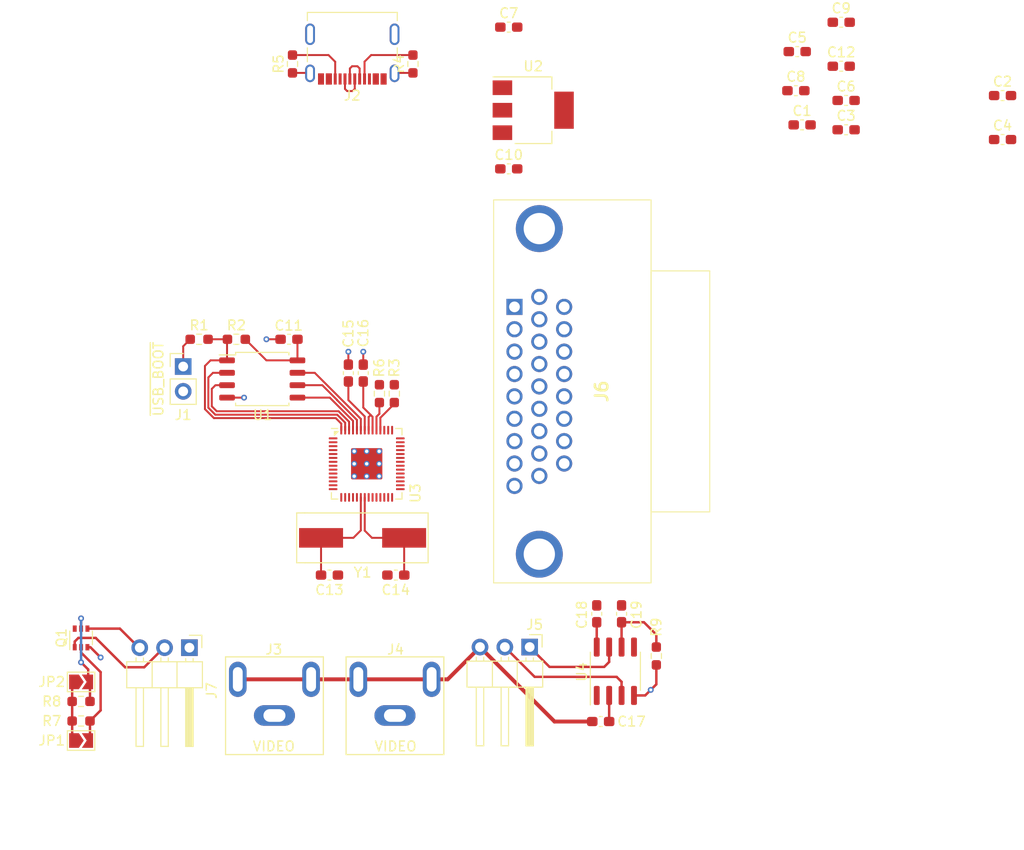
<source format=kicad_pcb>
(kicad_pcb (version 20211014) (generator pcbnew)
  (layers (0 "F.Cu" signal) (31 "B.Cu" signal) (34 "B.Paste" user) (35 "F.Paste" user) (36 "B.SilkS" user "B.Silkscreen") (37 "F.SilkS" user "F.Silkscreen") (38 "B.Mask" user) (39 "F.Mask" user) (44 "Edge.Cuts" user))
  (net 0 "")
  (net 1 "+3V3")
  (net 2 "GND")
  (net 3 "+1V1")
  (net 4 "VBUS")
  (net 5 "Net-(C13-Pad2)")
  (net 6 "Net-(C14-Pad2)")
  (net 7 "Net-(C17-Pad1)")
  (net 8 "/CVIN")
  (net 9 "Net-(C19-Pad2)")
  (net 10 "Net-(J1-Pad1)")
  (net 11 "Net-(J2-PadA5)")
  (net 13 "Net-(J2-PadB5)")
  (net 15 "ALT_CLK")
  (net 16 "OEOUT")
  (net 17 "/RESET_HI")
  (net 18 "/RESET_LO")
  (net 19 "CON_RESET")
  (net 20 "Net-(JP1-Pad2)")
  (net 21 "Net-(JP2-Pad2)")
  (net 22 "VDD")
  (net 23 "~{QSPI_CS}")
  (net 24 "QSPI_IO1")
  (net 25 "QSPI_IO2")
  (net 26 "QSPI_IO0")
  (net 27 "QSPI_CLK")
  (net 28 "QSPI_IO3")
  (net 87 "/D+")
  (net 88 "/D-")
  (net 89 "/RD-")
  (net 90 "/RD+")
  (footprint "Resistor_SMD:R_0603_1608Metric_Pad0.98x0.95mm_HandSolder" (layer "F.Cu") (at 127.381 63.2695 90)
    (fp_text reference "R5" (at 0 -1.43 90) (layer "F.SilkS"))
    (fp_text value "5.1K")
    (pad "1" smd roundrect (at -0.9125 0 90) (size 0.975 0.95) (layers "F.Cu" "F.Paste" "F.Mask") (net 2 "GND"))
    (pad "2" smd roundrect (at 0.9125 0 90) (size 0.975 0.95) (layers "F.Cu" "F.Paste" "F.Mask") (net 13 "Net-(J2-PadB5)"))
  )
  (footprint "Connector_PinHeader_2.54mm:PinHeader_1x03_P2.54mm_Horizontal" (layer "F.Cu") (at 151.638 122.936 -90)
    (fp_text reference "J5" (at -2.286 -0.508 180) (layer "F.SilkS"))
    (fp_text value "SYNC")
    (pad "1" thru_hole rect (at 0 0 270) (size 1.7 1.7) (drill 1) (layers *.Cu *.Mask) (net 16 "OEOUT"))
    (pad "2" thru_hole oval (at 0 2.54 270) (size 1.7 1.7) (drill 1) (layers *.Cu *.Mask) (net 15 "ALT_CLK"))
    (pad "3" thru_hole oval (at 0 5.08 270) (size 1.7 1.7) (drill 1) (layers *.Cu *.Mask) (net 8 "/CVIN"))
  )
  (footprint "veritas:PJRAN1X1U04X" (layer "F.Cu") (at 137.862 129.938)
    (fp_text reference "J4" (at 0.06 -6.748) (layer "F.SilkS"))
    (fp_text value "VIDEO" (at 0.06 3.158) (layer "F.SilkS"))
    (pad "1" thru_hole oval (at -3.75 -3.7) (size 1.8 3.6) (drill oval 1 2.5) (layers *.Cu *.Mask) (net 8 "/CVIN"))
    (pad "1" thru_hole oval (at 3.75 -3.7) (size 1.8 3.6) (drill oval 1 2.5) (layers *.Cu *.Mask) (net 8 "/CVIN"))
    (pad "2" thru_hole oval (at 0 0) (size 4.2 2.1) (drill oval 2.25 1.3) (layers *.Cu *.Mask) (net 2 "GND"))
  )
  (footprint "Resistor_SMD:R_0603_1608Metric_Pad0.98x0.95mm_HandSolder" (layer "F.Cu") (at 105.76 130.5 180)
    (fp_text reference "R7" (at 3 0) (layer "F.SilkS"))
    (fp_text value "1K")
    (pad "1" smd roundrect (at -0.9125 0 180) (size 0.975 0.95) (layers "F.Cu" "F.Paste" "F.Mask") (net 20 "Net-(JP1-Pad2)"))
    (pad "2" smd roundrect (at 0.9125 0 180) (size 0.975 0.95) (layers "F.Cu" "F.Paste" "F.Mask") (net 19 "CON_RESET"))
  )
  (footprint "Capacitor_SMD:C_0603_1608Metric_Pad1.08x0.95mm_HandSolder" (layer "F.Cu") (at 200 66.5)
    (fp_text reference "C2" (at 0 -1.43) (layer "F.SilkS"))
    (fp_text value "0.1uF")
    (pad "1" smd roundrect (at -0.8625 0) (size 1.075 0.95) (layers "F.Cu" "F.Paste" "F.Mask") (net 3 "+1V1"))
    (pad "2" smd roundrect (at 0.8625 0) (size 1.075 0.95) (layers "F.Cu" "F.Paste" "F.Mask") (net 2 "GND"))
  )
  (footprint "Capacitor_SMD:C_0603_1608Metric_Pad1.08x0.95mm_HandSolder" (layer "F.Cu") (at 161.036 119.5335 -90)
    (fp_text reference "C19" (at 0.1005 -1.524 90) (layer "F.SilkS"))
    (fp_text value "0.1uF")
    (pad "1" smd roundrect (at -0.8625 0 270) (size 1.075 0.95) (layers "F.Cu" "F.Paste" "F.Mask") (net 2 "GND"))
    (pad "2" smd roundrect (at 0.8625 0 270) (size 1.075 0.95) (layers "F.Cu" "F.Paste" "F.Mask") (net 9 "Net-(C19-Pad2)"))
  )
  (footprint "veritas:L77HDA26SD1CH4R" (layer "F.Cu") (at 150.084 88.124 90)
    (fp_text reference "J6" (at -8.65 8.92 90) (layer "F.SilkS") (effects (font (size 1.27 1.27) (thickness 0.254))))
    (fp_text value "CONTROLLER_PORT" hide)
    (pad "0" thru_hole circle (at -25.31 2.54 90) (size 4.8 4.8) (drill 3.2) (layers *.Cu *.Mask) (net 2 "GND"))
    (pad "0" thru_hole circle (at 8.01 2.54 90) (size 4.8 4.8) (drill 3.2) (layers *.Cu *.Mask) (net 2 "GND"))
    (pad "1" thru_hole rect (at 0 0 90) (size 1.65 1.65) (drill 1.1) (layers *.Cu *.Mask))
    (pad "2" thru_hole circle (at -2.29 0 90) (size 1.65 1.65) (drill 1.1) (layers *.Cu *.Mask))
    (pad "3" thru_hole circle (at -4.58 0 90) (size 1.65 1.65) (drill 1.1) (layers *.Cu *.Mask))
    (pad "4" thru_hole circle (at -6.87 0 90) (size 1.65 1.65) (drill 1.1) (layers *.Cu *.Mask))
    (pad "5" thru_hole circle (at -9.16 0 90) (size 1.65 1.65) (drill 1.1) (layers *.Cu *.Mask))
    (pad "6" thru_hole circle (at -11.45 0 90) (size 1.65 1.65) (drill 1.1) (layers *.Cu *.Mask))
    (pad "7" thru_hole circle (at -13.74 0 90) (size 1.65 1.65) (drill 1.1) (layers *.Cu *.Mask))
    (pad "8" thru_hole circle (at -16.03 0 90) (size 1.65 1.65) (drill 1.1) (layers *.Cu *.Mask))
    (pad "9" thru_hole circle (at -18.32 0 90) (size 1.65 1.65) (drill 1.1) (layers *.Cu *.Mask) (net 2 "GND"))
    (pad "10" thru_hole circle (at 1.02 2.54 90) (size 1.65 1.65) (drill 1.1) (layers *.Cu *.Mask) (net 4 "VBUS"))
    (pad "11" thru_hole circle (at -1.27 2.54 90) (size 1.65 1.65) (drill 1.1) (layers *.Cu *.Mask))
    (pad "12" thru_hole circle (at -3.56 2.54 90) (size 1.65 1.65) (drill 1.1) (layers *.Cu *.Mask))
    (pad "13" thru_hole circle (at -5.85 2.54 90) (size 1.65 1.65) (drill 1.1) (layers *.Cu *.Mask))
    (pad "14" thru_hole circle (at -8.14 2.54 90) (size 1.65 1.65) (drill 1.1) (layers *.Cu *.Mask))
    (pad "15" thru_hole circle (at -10.43 2.54 90) (size 1.65 1.65) (drill 1.1) (layers *.Cu *.Mask))
    (pad "16" thru_hole circle (at -12.72 2.54 90) (size 1.65 1.65) (drill 1.1) (layers *.Cu *.Mask))
    (pad "17" thru_hole circle (at -15.01 2.54 90) (size 1.65 1.65) (drill 1.1) (layers *.Cu *.Mask))
    (pad "18" thru_hole circle (at -17.3 2.54 90) (size 1.65 1.65) (drill 1.1) (layers *.Cu *.Mask))
    (pad "19" thru_hole circle (at 0 5.08 90) (size 1.65 1.65) (drill 1.1) (layers *.Cu *.Mask) (net 1 "+3V3"))
    (pad "20" thru_hole circle (at -2.29 5.08 90) (size 1.65 1.65) (drill 1.1) (layers *.Cu *.Mask))
    (pad "21" thru_hole circle (at -4.58 5.08 90) (size 1.65 1.65) (drill 1.1) (layers *.Cu *.Mask))
    (pad "22" thru_hole circle (at -6.87 5.08 90) (size 1.65 1.65) (drill 1.1) (layers *.Cu *.Mask))
    (pad "23" thru_hole circle (at -9.16 5.08 90) (size 1.65 1.65) (drill 1.1) (layers *.Cu *.Mask))
    (pad "24" thru_hole circle (at -11.45 5.08 90) (size 1.65 1.65) (drill 1.1) (layers *.Cu *.Mask))
    (pad "25" thru_hole circle (at -13.74 5.08 90) (size 1.65 1.65) (drill 1.1) (layers *.Cu *.Mask))
    (pad "26" thru_hole circle (at -16.03 5.08 90) (size 1.65 1.65) (drill 1.1) (layers *.Cu *.Mask) (net 2 "GND"))
  )
  (footprint "Resistor_SMD:R_0603_1608Metric_Pad0.98x0.95mm_HandSolder" (layer "F.Cu") (at 164.592 123.8485 -90)
    (fp_text reference "R9" (at -2.9445 0 90) (layer "F.SilkS"))
    (fp_text value "680K")
    (pad "1" smd roundrect (at -0.9125 0 270) (size 0.975 0.95) (layers "F.Cu" "F.Paste" "F.Mask") (net 9 "Net-(C19-Pad2)"))
    (pad "2" smd roundrect (at 0.9125 0 270) (size 0.975 0.95) (layers "F.Cu" "F.Paste" "F.Mask") (net 2 "GND"))
  )
  (footprint "Resistor_SMD:R_0603_1608Metric_Pad0.98x0.95mm_HandSolder" (layer "F.Cu") (at 121.6425 91.44)
    (fp_text reference "R2" (at 0 -1.43) (layer "F.SilkS"))
    (fp_text value "10K")
    (pad "1" smd roundrect (at -0.9125 0) (size 0.975 0.95) (layers "F.Cu" "F.Paste" "F.Mask") (net 23 "~{QSPI_CS}"))
    (pad "2" smd roundrect (at 0.9125 0) (size 0.975 0.95) (layers "F.Cu" "F.Paste" "F.Mask") (net 1 "+3V3"))
  )
  (footprint "Capacitor_SMD:C_0603_1608Metric_Pad1.08x0.95mm_HandSolder" (layer "F.Cu") (at 149.5 74)
    (fp_text reference "C10" (at 0 -1.43) (layer "F.SilkS"))
    (fp_text value "10uF")
    (pad "1" smd roundrect (at -0.8625 0) (size 1.075 0.95) (layers "F.Cu" "F.Paste" "F.Mask") (net 4 "VBUS"))
    (pad "2" smd roundrect (at 0.8625 0) (size 1.075 0.95) (layers "F.Cu" "F.Paste" "F.Mask") (net 2 "GND"))
  )
  (footprint "Capacitor_SMD:C_0603_1608Metric_Pad1.08x0.95mm_HandSolder" (layer "F.Cu") (at 131.1645 115.57 180)
    (fp_text reference "C13" (at 0 -1.524) (layer "F.SilkS"))
    (fp_text value "27pF")
    (pad "1" smd roundrect (at -0.8625 0 180) (size 1.075 0.95) (layers "F.Cu" "F.Paste" "F.Mask") (net 2 "GND"))
    (pad "2" smd roundrect (at 0.8625 0 180) (size 1.075 0.95) (layers "F.Cu" "F.Paste" "F.Mask") (net 5 "Net-(C13-Pad2)"))
  )
  (footprint "Capacitor_SMD:C_0603_1608Metric_Pad1.08x0.95mm_HandSolder" (layer "F.Cu") (at 200 71)
    (fp_text reference "C4" (at 0 -1.43) (layer "F.SilkS"))
    (fp_text value "0.1uF")
    (pad "1" smd roundrect (at -0.8625 0) (size 1.075 0.95) (layers "F.Cu" "F.Paste" "F.Mask") (net 3 "+1V1"))
    (pad "2" smd roundrect (at 0.8625 0) (size 1.075 0.95) (layers "F.Cu" "F.Paste" "F.Mask") (net 2 "GND"))
  )
  (footprint "Connector_PinHeader_2.54mm:PinHeader_1x02_P2.54mm_Vertical" (layer "F.Cu") (at 116.205 94.229)
    (fp_text reference "J1" (at 0 4.958 180) (layer "F.SilkS"))
    (fp_text value "~{USB_BOOT}" (at -2.54 1.275 90) (layer "F.SilkS"))
    (pad "1" thru_hole rect (at 0 0) (size 1.7 1.7) (drill 1) (layers *.Cu *.Mask) (net 10 "Net-(J1-Pad1)"))
    (pad "2" thru_hole oval (at 0 2.54) (size 1.7 1.7) (drill 1) (layers *.Cu *.Mask) (net 2 "GND"))
  )
  (footprint "Jumper:SolderJumper-2_P1.3mm_Open_TrianglePad1.0x1.5mm" (layer "F.Cu") (at 105.76 132.5)
    (fp_text reference "JP1" (at -3 0) (layer "F.SilkS"))
    (fp_text value "SolderJumper_2_Open")
    (pad "1" smd custom (at -0.725 0) (size 0.3 0.3) (layers "F.Cu" "F.Mask") (net 19 "CON_RESET") (options (clearance outline) (anchor rect)) (primitives (gr_poly (pts (xy 1 0) (xy 0.5 0.75) (xy -0.5 0.75) (xy -0.5 -0.75) (xy 0.5 -0.75)) (width 0) (fill yes))))
    (pad "2" smd custom (at 0.725 0) (size 0.3 0.3) (layers "F.Cu" "F.Mask") (net 20 "Net-(JP1-Pad2)") (options (clearance outline) (anchor rect)) (primitives (gr_poly (pts (xy 0.5 0.75) (xy -0.65 0.75) (xy -0.15 0) (xy -0.65 -0.75) (xy 0.5 -0.75)) (width 0) (fill yes))))
  )
  (footprint "Package_SO:SOIC-8_5.23x5.23mm_P1.27mm" (layer "F.Cu") (at 124.289 95.504)
    (fp_text reference "U1" (at 0.044 3.683) (layer "F.SilkS"))
    (fp_text value "W25Q128JVSIQ")
    (pad "1" smd roundrect (at -3.6 -1.905) (size 1.6 0.6) (layers "F.Cu" "F.Paste" "F.Mask") (net 23 "~{QSPI_CS}"))
    (pad "2" smd roundrect (at -3.6 -0.635) (size 1.6 0.6) (layers "F.Cu" "F.Paste" "F.Mask") (net 24 "QSPI_IO1"))
    (pad "3" smd roundrect (at -3.6 0.635) (size 1.6 0.6) (layers "F.Cu" "F.Paste" "F.Mask") (net 25 "QSPI_IO2"))
    (pad "4" smd roundrect (at -3.6 1.905) (size 1.6 0.6) (layers "F.Cu" "F.Paste" "F.Mask") (net 2 "GND"))
    (pad "5" smd roundrect (at 3.6 1.905) (size 1.6 0.6) (layers "F.Cu" "F.Paste" "F.Mask") (net 26 "QSPI_IO0"))
    (pad "6" smd roundrect (at 3.6 0.635) (size 1.6 0.6) (layers "F.Cu" "F.Paste" "F.Mask") (net 27 "QSPI_CLK"))
    (pad "7" smd roundrect (at 3.6 -0.635) (size 1.6 0.6) (layers "F.Cu" "F.Paste" "F.Mask") (net 28 "QSPI_IO3"))
    (pad "8" smd roundrect (at 3.6 -1.905) (size 1.6 0.6) (layers "F.Cu" "F.Paste" "F.Mask") (net 1 "+3V3"))
  )
  (footprint "Capacitor_SMD:C_0603_1608Metric_Pad1.08x0.95mm_HandSolder" (layer "F.Cu") (at 133.096 94.8955 -90)
    (fp_text reference "C15" (at -4.0375 0 90) (layer "F.SilkS"))
    (fp_text value "1uF")
    (pad "1" smd roundrect (at -0.8625 0 270) (size 1.075 0.95) (layers "F.Cu" "F.Paste" "F.Mask") (net 2 "GND"))
    (pad "2" smd roundrect (at 0.8625 0 270) (size 1.075 0.95) (layers "F.Cu" "F.Paste" "F.Mask") (net 3 "+1V1"))
  )
  (footprint "veritas:PJRAN1X1U04X" (layer "F.Cu") (at 125.536 129.938)
    (fp_text reference "J3" (at -0.06 -6.748) (layer "F.SilkS"))
    (fp_text value "VIDEO" (at -0.06 3.158) (layer "F.SilkS"))
    (pad "1" thru_hole oval (at 3.75 -3.7) (size 1.8 3.6) (drill oval 1 2.5) (layers *.Cu *.Mask) (net 8 "/CVIN"))
    (pad "1" thru_hole oval (at -3.75 -3.7) (size 1.8 3.6) (drill oval 1 2.5) (layers *.Cu *.Mask) (net 8 "/CVIN"))
    (pad "2" thru_hole oval (at 0 0) (size 4.2 2.1) (drill oval 2.25 1.3) (layers *.Cu *.Mask) (net 2 "GND"))
  )
  (footprint "Resistor_SMD:R_0603_1608Metric_Pad0.98x0.95mm_HandSolder" (layer "F.Cu") (at 105.76 128.5 180)
    (fp_text reference "R8" (at 3 0) (layer "F.SilkS"))
    (fp_text value "1K")
    (pad "1" smd roundrect (at -0.9125 0 180) (size 0.975 0.95) (layers "F.Cu" "F.Paste" "F.Mask") (net 21 "Net-(JP2-Pad2)"))
    (pad "2" smd roundrect (at 0.9125 0 180) (size 0.975 0.95) (layers "F.Cu" "F.Paste" "F.Mask") (net 19 "CON_RESET"))
  )
  (footprint "Capacitor_SMD:C_0603_1608Metric_Pad1.08x0.95mm_HandSolder" (layer "F.Cu") (at 127.0265 91.44 180)
    (fp_text reference "C11" (at 0.0265 1.397) (layer "F.SilkS"))
    (fp_text value "0.1uF")
    (pad "1" smd roundrect (at -0.8625 0 180) (size 1.075 0.95) (layers "F.Cu" "F.Paste" "F.Mask") (net 1 "+3V3"))
    (pad "2" smd roundrect (at 0.8625 0 180) (size 1.075 0.95) (layers "F.Cu" "F.Paste" "F.Mask") (net 2 "GND"))
  )
  (footprint "veritas:2171790001" (layer "F.Cu") (at 133.5 61.5 180)
    (fp_text reference "J2" (at 0 -5) (layer "F.SilkS"))
    (fp_text value "USB_C_Receptacle_USB2.0")
    (pad "A1" smd rect (at -3.200001 -3.303199 180) (size 0.6096 1.143) (layers "F.Cu" "F.Paste" "F.Mask") (net 2 "GND"))
    (pad "A4" smd rect (at -2.4 -3.303199 180) (size 0.6096 1.143) (layers "F.Cu" "F.Paste" "F.Mask") (net 4 "VBUS"))
    (pad "A5" smd rect (at -1.25 -3.303199 180) (size 0.3048 1.143) (layers "F.Cu" "F.Paste" "F.Mask") (net 11 "Net-(J2-PadA5)"))
    (pad "A6" smd rect (at -0.25 -3.303199 180) (size 0.3048 1.143) (layers "F.Cu" "F.Paste" "F.Mask") (net 87 "/D+"))
    (pad "A7" smd rect (at 0.25 -3.303199 180) (size 0.3048 1.143) (layers "F.Cu" "F.Paste" "F.Mask") (net 88 "/D-"))
    (pad "A8" smd rect (at 1.25 -3.303199 180) (size 0.3048 1.143) (layers "F.Cu" "F.Paste" "F.Mask"))
    (pad "A9" smd rect (at 2.4 -3.303199 180) (size 0.6096 1.143) (layers "F.Cu" "F.Paste" "F.Mask") (net 4 "VBUS"))
    (pad "A12" smd rect (at 3.199999 -3.303199 180) (size 0.6096 1.143) (layers "F.Cu" "F.Paste" "F.Mask") (net 2 "GND"))
    (pad "B1" smd rect (at 3.199999 -3.303199 180) (size 0.6096 1.143) (layers "F.Cu" "F.Paste" "F.Mask") (net 2 "GND"))
    (pad "B4" smd rect (at 2.4 -3.303199 180) (size 0.6096 1.143) (layers "F.Cu" "F.Paste" "F.Mask") (net 4 "VBUS"))
    (pad "B5" smd rect (at 1.75006 -3.303199 180) (size 0.3048 1.143) (layers "F.Cu" "F.Paste" "F.Mask") (net 13 "Net-(J2-PadB5)"))
    (pad "B6" smd rect (at 0.750059 -3.303199 180) (size 0.3048 1.143) (layers "F.Cu" "F.Paste" "F.Mask") (net 87 "/D+"))
    (pad "B7" smd rect (at -0.74994 -3.303199 180) (size 0.3048 1.143) (layers "F.Cu" "F.Paste" "F.Mask") (net 88 "/D-"))
    (pad "B8" smd rect (at -1.749941 -3.303199 180) (size 0.3048 1.143) (layers "F.Cu" "F.Paste" "F.Mask"))
    (pad "B9" smd rect (at -2.4 -3.303199 180) (size 0.6096 1.143) (layers "F.Cu" "F.Paste" "F.Mask") (net 4 "VBUS"))
    (pad "B12" smd rect (at -3.200001 -3.303199 180) (size 0.6096 1.143) (layers "F.Cu" "F.Paste" "F.Mask") (net 2 "GND"))
    (pad "S1" thru_hole oval (at -4.32 -2.7282 180) (size 1 1.8) (drill oval 0.6 1.4) (layers *.Cu *.Mask) (net 2 "GND"))
    (pad "S1" thru_hole oval (at 4.32 -2.7282 180) (size 1 1.8) (drill oval 0.6 1.4) (layers *.Cu *.Mask) (net 2 "GND"))
    (pad "S1" thru_hole oval (at 4.32 1.271801 180) (size 1 2.2) (drill oval 0.6 1.8) (layers *.Cu *.Mask) (net 2 "GND"))
    (pad "S1" thru_hole oval (at -4.32 1.271801 180) (size 1 2.2) (drill oval 0.6 1.8) (layers *.Cu *.Mask) (net 2 "GND"))
  )
  (footprint "Capacitor_SMD:C_0603_1608Metric_Pad1.08x0.95mm_HandSolder" (layer "F.Cu") (at 158.9035 130.556 180)
    (fp_text reference "C17" (at -3.1485 0) (layer "F.SilkS"))
    (fp_text value "0.1uF")
    (pad "1" smd roundrect (at -0.8625 0 180) (size 1.075 0.95) (layers "F.Cu" "F.Paste" "F.Mask") (net 7 "Net-(C17-Pad1)"))
    (pad "2" smd roundrect (at 0.8625 0 180) (size 1.075 0.95) (layers "F.Cu" "F.Paste" "F.Mask") (net 8 "/CVIN"))
  )
  (footprint "Capacitor_SMD:C_0603_1608Metric_Pad1.08x0.95mm_HandSolder" (layer "F.Cu") (at 134.62 94.8955 -90)
    (fp_text reference "C16" (at -4.0905 0 90) (layer "F.SilkS"))
    (fp_text value "1uF")
    (pad "1" smd roundrect (at -0.8625 0 270) (size 1.075 0.95) (layers "F.Cu" "F.Paste" "F.Mask") (net 2 "GND"))
    (pad "2" smd roundrect (at 0.8625 0 270) (size 1.075 0.95) (layers "F.Cu" "F.Paste" "F.Mask") (net 1 "+3V3"))
  )
  (footprint "Capacitor_SMD:C_0603_1608Metric_Pad1.08x0.95mm_HandSolder" (layer "F.Cu") (at 184 70)
    (fp_text reference "C3" (at 0 -1.43) (layer "F.SilkS"))
    (fp_text value "0.1uF")
    (pad "1" smd roundrect (at -0.8625 0) (size 1.075 0.95) (layers "F.Cu" "F.Paste" "F.Mask") (net 1 "+3V3"))
    (pad "2" smd roundrect (at 0.8625 0) (size 1.075 0.95) (layers "F.Cu" "F.Paste" "F.Mask") (net 2 "GND"))
  )
  (footprint "Resistor_SMD:R_0603_1608Metric_Pad0.98x0.95mm_HandSolder" (layer "F.Cu") (at 117.8325 91.44)
    (fp_text reference "R1" (at 0 -1.43) (layer "F.SilkS"))
    (fp_text value "1K")
    (pad "1" smd roundrect (at -0.9125 0) (size 0.975 0.95) (layers "F.Cu" "F.Paste" "F.Mask") (net 10 "Net-(J1-Pad1)"))
    (pad "2" smd roundrect (at 0.9125 0) (size 0.975 0.95) (layers "F.Cu" "F.Paste" "F.Mask") (net 23 "~{QSPI_CS}"))
  )
  (footprint "Resistor_SMD:R_0603_1608Metric_Pad0.98x0.95mm_HandSolder" (layer "F.Cu") (at 136.271 97.0045 90)
    (fp_text reference "R6" (at 2.6435 -0.024 90) (layer "F.SilkS"))
    (fp_text value "27")
    (pad "1" smd roundrect (at -0.9125 0 90) (size 0.975 0.95) (layers "F.Cu" "F.Paste" "F.Mask") (net 90 "/RD+"))
    (pad "2" smd roundrect (at 0.9125 0 90) (size 0.975 0.95) (layers "F.Cu" "F.Paste" "F.Mask") (net 87 "/D+"))
  )
  (footprint "Capacitor_SMD:C_0603_1608Metric_Pad1.08x0.95mm_HandSolder" (layer "F.Cu") (at 178.8625 66)
    (fp_text reference "C8" (at 0 -1.43) (layer "F.SilkS"))
    (fp_text value "0.1uF")
    (pad "1" smd roundrect (at -0.8625 0) (size 1.075 0.95) (layers "F.Cu" "F.Paste" "F.Mask") (net 1 "+3V3"))
    (pad "2" smd roundrect (at 0.8625 0) (size 1.075 0.95) (layers "F.Cu" "F.Paste" "F.Mask") (net 2 "GND"))
  )
  (footprint "Connector_PinHeader_2.54mm:PinHeader_1x03_P2.54mm_Horizontal" (layer "F.Cu") (at 116.84 123 -90)
    (fp_text reference "J7" (at 4.385 -2.27 90) (layer "F.SilkS"))
    (fp_text value "CON_RESET")
    (pad "1" thru_hole rect (at 0 0 270) (size 1.7 1.7) (drill 1) (layers *.Cu *.Mask) (net 2 "GND"))
    (pad "2" thru_hole oval (at 0 2.54 270) (size 1.7 1.7) (drill 1) (layers *.Cu *.Mask) (net 17 "/RESET_HI"))
    (pad "3" thru_hole oval (at 0 5.08 270) (size 1.7 1.7) (drill 1) (layers *.Cu *.Mask) (net 18 "/RESET_LO"))
  )
  (footprint "Resistor_SMD:R_0603_1608Metric_Pad0.98x0.95mm_HandSolder" (layer "F.Cu") (at 139.7 63.2695 90)
    (fp_text reference "R4" (at 0 -1.43 90) (layer "F.SilkS"))
    (fp_text value "5.1K")
    (pad "1" smd roundrect (at -0.9125 0 90) (size 0.975 0.95) (layers "F.Cu" "F.Paste" "F.Mask") (net 2 "GND"))
    (pad "2" smd roundrect (at 0.9125 0 90) (size 0.975 0.95) (layers "F.Cu" "F.Paste" "F.Mask") (net 11 "Net-(J2-PadA5)"))
  )
  (footprint "Capacitor_SMD:C_0603_1608Metric_Pad1.08x0.95mm_HandSolder" (layer "F.Cu") (at 184 67)
    (fp_text reference "C6" (at 0 -1.43) (layer "F.SilkS"))
    (fp_text value "0.1uF")
    (pad "1" smd roundrect (at -0.8625 0) (size 1.075 0.95) (layers "F.Cu" "F.Paste" "F.Mask") (net 1 "+3V3"))
    (pad "2" smd roundrect (at 0.8625 0) (size 1.075 0.95) (layers "F.Cu" "F.Paste" "F.Mask") (net 2 "GND"))
  )
  (footprint "Capacitor_SMD:C_0603_1608Metric_Pad1.08x0.95mm_HandSolder" (layer "F.Cu") (at 179.5 69.5)
    (fp_text reference "C1" (at 0 -1.43) (layer "F.SilkS"))
    (fp_text value "0.1uF")
    (pad "1" smd roundrect (at -0.8625 0) (size 1.075 0.95) (layers "F.Cu" "F.Paste" "F.Mask") (net 1 "+3V3"))
    (pad "2" smd roundrect (at 0.8625 0) (size 1.075 0.95) (layers "F.Cu" "F.Paste" "F.Mask") (net 2 "GND"))
  )
  (footprint "Package_SO:SOIC-8_3.9x4.9mm_P1.27mm" (layer "F.Cu") (at 160.401 125.411 90)
    (fp_text reference "U4" (at -0.065 -3.429 90) (layer "F.SilkS"))
    (fp_text value "LM1881")
    (pad "1" smd roundrect (at -2.475 -1.905 90) (size 1.95 0.6) (layers "F.Cu" "F.Paste" "F.Mask"))
    (pad "2" smd roundrect (at -2.475 -0.635 90) (size 1.95 0.6) (layers "F.Cu" "F.Paste" "F.Mask") (net 7 "Net-(C17-Pad1)"))
    (pad "3" smd roundrect (at -2.475 0.635 90) (size 1.95 0.6) (layers "F.Cu" "F.Paste" "F.Mask") (net 15 "ALT_CLK"))
    (pad "4" smd roundrect (at -2.475 1.905 90) (size 1.95 0.6) (layers "F.Cu" "F.Paste" "F.Mask") (net 2 "GND"))
    (pad "5" smd roundrect (at 2.475 1.905 90) (size 1.95 0.6) (layers "F.Cu" "F.Paste" "F.Mask"))
    (pad "6" smd roundrect (at 2.475 0.635 90) (size 1.95 0.6) (layers "F.Cu" "F.Paste" "F.Mask") (net 9 "Net-(C19-Pad2)"))
    (pad "7" smd roundrect (at 2.475 -0.635 90) (size 1.95 0.6) (layers "F.Cu" "F.Paste" "F.Mask") (net 16 "OEOUT"))
    (pad "8" smd roundrect (at 2.475 -1.905 90) (size 1.95 0.6) (layers "F.Cu" "F.Paste" "F.Mask") (net 4 "VBUS"))
  )
  (footprint "Capacitor_SMD:C_0603_1608Metric_Pad1.08x0.95mm_HandSolder" (layer "F.Cu") (at 149.5 59.5)
    (fp_text reference "C7" (at 0 -1.43) (layer "F.SilkS"))
    (fp_text value "10uF")
    (pad "1" smd roundrect (at -0.8625 0) (size 1.075 0.95) (layers "F.Cu" "F.Paste" "F.Mask") (net 1 "+3V3"))
    (pad "2" smd roundrect (at 0.8625 0) (size 1.075 0.95) (layers "F.Cu" "F.Paste" "F.Mask") (net 2 "GND"))
  )
  (footprint "Package_TO_SOT_SMD:SOT-223-3_TabPin2" (layer "F.Cu") (at 152 68)
    (fp_text reference "U2" (at 0 -4.5) (layer "F.SilkS"))
    (fp_text value "NCP1117ST33T3G")
    (pad "1" smd rect (at -3.15 -2.3) (size 2 1.5) (layers "F.Cu" "F.Paste" "F.Mask") (net 2 "GND"))
    (pad "2" smd rect (at -3.15 0) (size 2 1.5) (layers "F.Cu" "F.Paste" "F.Mask") (net 1 "+3V3"))
    (pad "2" smd rect (at 3.15 0) (size 2 3.8) (layers "F.Cu" "F.Paste" "F.Mask") (net 1 "+3V3"))
    (pad "3" smd rect (at -3.15 2.3) (size 2 1.5) (layers "F.Cu" "F.Paste" "F.Mask") (net 4 "VBUS"))
  )
  (footprint "Jumper:SolderJumper-2_P1.3mm_Open_TrianglePad1.0x1.5mm" (layer "F.Cu") (at 105.76 126.5)
    (fp_text reference "JP2" (at -3 0) (layer "F.SilkS"))
    (fp_text value "SolderJumper_2_Open")
    (pad "1" smd custom (at -0.725 0) (size 0.3 0.3) (layers "F.Cu" "F.Mask") (net 19 "CON_RESET") (options (clearance outline) (anchor rect)) (primitives (gr_poly (pts (xy 1 0) (xy 0.5 0.75) (xy -0.5 0.75) (xy -0.5 -0.75) (xy 0.5 -0.75)) (width 0) (fill yes))))
    (pad "2" smd custom (at 0.725 0) (size 0.3 0.3) (layers "F.Cu" "F.Mask") (net 21 "Net-(JP2-Pad2)") (options (clearance outline) (anchor rect)) (primitives (gr_poly (pts (xy 0.5 0.75) (xy -0.65 0.75) (xy -0.15 0) (xy -0.65 -0.75) (xy 0.5 -0.75)) (width 0) (fill yes))))
  )
  (footprint "Capacitor_SMD:C_0603_1608Metric_Pad1.08x0.95mm_HandSolder" (layer "F.Cu") (at 137.9485 115.57)
    (fp_text reference "C14" (at 0 1.524) (layer "F.SilkS"))
    (fp_text value "27pF")
    (pad "1" smd roundrect (at -0.8625 0) (size 1.075 0.95) (layers "F.Cu" "F.Paste" "F.Mask") (net 2 "GND"))
    (pad "2" smd roundrect (at 0.8625 0) (size 1.075 0.95) (layers "F.Cu" "F.Paste" "F.Mask") (net 6 "Net-(C14-Pad2)"))
  )
  (footprint "Resistor_SMD:R_0603_1608Metric_Pad0.98x0.95mm_HandSolder" (layer "F.Cu") (at 137.795 97.0045 90)
    (fp_text reference "R3" (at 2.6435 0 90) (layer "F.SilkS"))
    (fp_text value "27")
    (pad "1" smd roundrect (at -0.9125 0 90) (size 0.975 0.95) (layers "F.Cu" "F.Paste" "F.Mask") (net 89 "/RD-"))
    (pad "2" smd roundrect (at 0.9125 0 90) (size 0.975 0.95) (layers "F.Cu" "F.Paste" "F.Mask") (net 88 "/D-"))
  )
  (footprint "Capacitor_SMD:C_0603_1608Metric_Pad1.08x0.95mm_HandSolder" (layer "F.Cu") (at 183.5 59)
    (fp_text reference "C9" (at 0 -1.43) (layer "F.SilkS"))
    (fp_text value "0.1uF")
    (pad "1" smd roundrect (at -0.8625 0) (size 1.075 0.95) (layers "F.Cu" "F.Paste" "F.Mask") (net 1 "+3V3"))
    (pad "2" smd roundrect (at 0.8625 0) (size 1.075 0.95) (layers "F.Cu" "F.Paste" "F.Mask") (net 2 "GND"))
  )
  (footprint "Crystal:Crystal_SMD_HC49-SD" (layer "F.Cu") (at 134.552 111.76 180)
    (fp_text reference "Y1" (at 0 -3.55 180) (layer "F.SilkS"))
    (fp_text value "12MHz")
    (pad "1" smd rect (at -4.25 0 180) (size 4.5 2) (layers "F.Cu" "F.Paste" "F.Mask") (net 6 "Net-(C14-Pad2)"))
    (pad "2" smd rect (at 4.25 0 180) (size 4.5 2) (layers "F.Cu" "F.Paste" "F.Mask") (net 5 "Net-(C13-Pad2)"))
  )
  (footprint "Capacitor_SMD:C_0603_1608Metric_Pad1.08x0.95mm_HandSolder" (layer "F.Cu") (at 183.5 63.5)
    (fp_text reference "C12" (at 0 -1.43) (layer "F.SilkS"))
    (fp_text value "0.1uF")
    (pad "1" smd roundrect (at -0.8625 0) (size 1.075 0.95) (layers "F.Cu" "F.Paste" "F.Mask") (net 1 "+3V3"))
    (pad "2" smd roundrect (at 0.8625 0) (size 1.075 0.95) (layers "F.Cu" "F.Paste" "F.Mask") (net 2 "GND"))
  )
  (footprint "Package_TO_SOT_SMD:SOT-363_SC-70-6" (layer "F.Cu") (at 105.76 122 90)
    (fp_text reference "Q1" (at 0 -2 90) (layer "F.SilkS"))
    (fp_text value "LMBT3946DW1T1G")
    (pad "1" smd rect (at -0.95 -0.65 90) (size 0.65 0.4) (layers "F.Cu" "F.Paste" "F.Mask") (net 17 "/RESET_HI"))
    (pad "2" smd rect (at -0.95 0 90) (size 0.65 0.4) (layers "F.Cu" "F.Paste" "F.Mask") (net 20 "Net-(JP1-Pad2)"))
    (pad "3" smd rect (at -0.95 0.65 90) (size 0.65 0.4) (layers "F.Cu" "F.Paste" "F.Mask") (net 2 "GND"))
    (pad "4" smd rect (at 0.95 0.65 90) (size 0.65 0.4) (layers "F.Cu" "F.Paste" "F.Mask") (net 18 "/RESET_LO"))
    (pad "5" smd rect (at 0.95 0 90) (size 0.65 0.4) (layers "F.Cu" "F.Paste" "F.Mask") (net 21 "Net-(JP2-Pad2)"))
    (pad "6" smd rect (at 0.95 -0.65 90) (size 0.65 0.4) (layers "F.Cu" "F.Paste" "F.Mask") (net 22 "VDD"))
  )
  (footprint "Capacitor_SMD:C_0603_1608Metric_Pad1.08x0.95mm_HandSolder" (layer "F.Cu") (at 179 62)
    (fp_text reference "C5" (at 0 -1.43) (layer "F.SilkS"))
    (fp_text value "0.1uF")
    (pad "1" smd roundrect (at -0.8625 0) (size 1.075 0.95) (layers "F.Cu" "F.Paste" "F.Mask") (net 1 "+3V3"))
    (pad "2" smd roundrect (at 0.8625 0) (size 1.075 0.95) (layers "F.Cu" "F.Paste" "F.Mask") (net 2 "GND"))
  )
  (footprint "Capacitor_SMD:C_0603_1608Metric_Pad1.08x0.95mm_HandSolder" (layer "F.Cu") (at 158.496 119.5335 -90)
    (fp_text reference "C18" (at 0.1005 1.524 90) (layer "F.SilkS"))
    (fp_text value "0.1uF")
    (pad "1" smd roundrect (at -0.8625 0 270) (size 1.075 0.95) (layers "F.Cu" "F.Paste" "F.Mask") (net 2 "GND"))
    (pad "2" smd roundrect (at 0.8625 0 270) (size 1.075 0.95) (layers "F.Cu" "F.Paste" "F.Mask") (net 4 "VBUS"))
  )
  (footprint "veritas:RP2040" (layer "F.Cu") (at 134.97 104.18)
    (fp_text reference "U3" (at 4.984 3.008 90) (layer "F.SilkS"))
    (fp_text value "RP2040")
    (pad "1" smd roundrect (at -3.4375 -2.6) (size 0.875 0.2) (layers "F.Cu" "F.Paste" "F.Mask") (net 1 "+3V3"))
    (pad "2" smd roundrect (at -3.4375 -2.2) (size 0.875 0.2) (layers "F.Cu" "F.Paste" "F.Mask"))
    (pad "3" smd roundrect (at -3.4375 -1.8) (size 0.875 0.2) (layers "F.Cu" "F.Paste" "F.Mask"))
    (pad "4" smd roundrect (at -3.4375 -1.4) (size 0.875 0.2) (layers "F.Cu" "F.Paste" "F.Mask"))
    (pad "5" smd roundrect (at -3.4375 -1) (size 0.875 0.2) (layers "F.Cu" "F.Paste" "F.Mask"))
    (pad "6" smd roundrect (at -3.4375 -0.6) (size 0.875 0.2) (layers "F.Cu" "F.Paste" "F.Mask"))
    (pad "7" smd roundrect (at -3.4375 -0.2) (size 0.875 0.2) (layers "F.Cu" "F.Paste" "F.Mask"))
    (pad "8" smd roundrect (at -3.4375 0.2) (size 0.875 0.2) (layers "F.Cu" "F.Paste" "F.Mask"))
    (pad "9" smd roundrect (at -3.4375 0.6) (size 0.875 0.2) (layers "F.Cu" "F.Paste" "F.Mask"))
    (pad "10" smd roundrect (at -3.4375 1) (size 0.875 0.2) (layers "F.Cu" "F.Paste" "F.Mask") (net 1 "+3V3"))
    (pad "11" smd roundrect (at -3.4375 1.4) (size 0.875 0.2) (layers "F.Cu" "F.Paste" "F.Mask"))
    (pad "12" smd roundrect (at -3.4375 1.8) (size 0.875 0.2) (layers "F.Cu" "F.Paste" "F.Mask"))
    (pad "13" smd roundrect (at -3.4375 2.2) (size 0.875 0.2) (layers "F.Cu" "F.Paste" "F.Mask"))
    (pad "14" smd roundrect (at -3.4375 2.6) (size 0.875 0.2) (layers "F.Cu" "F.Paste" "F.Mask"))
    (pad "15" smd roundrect (at -2.6 3.4375) (size 0.2 0.875) (layers "F.Cu" "F.Paste" "F.Mask"))
    (pad "16" smd roundrect (at -2.2 3.4375) (size 0.2 0.875) (layers "F.Cu" "F.Paste" "F.Mask"))
    (pad "17" smd roundrect (at -1.8 3.4375) (size 0.2 0.875) (layers "F.Cu" "F.Paste" "F.Mask"))
    (pad "18" smd roundrect (at -1.4 3.4375) (size 0.2 0.875) (layers "F.Cu" "F.Paste" "F.Mask"))
    (pad "19" smd roundrect (at -1 3.4375) (size 0.2 0.875) (layers "F.Cu" "F.Paste" "F.Mask"))
    (pad "20" smd roundrect (at -0.6 3.4375) (size 0.2 0.875) (layers "F.Cu" "F.Paste" "F.Mask") (net 5 "Net-(C13-Pad2)"))
    (pad "21" smd roundrect (at -0.2 3.4375) (size 0.2 0.875) (layers "F.Cu" "F.Paste" "F.Mask") (net 6 "Net-(C14-Pad2)"))
    (pad "22" smd roundrect (at 0.2 3.4375) (size 0.2 0.875) (layers "F.Cu" "F.Paste" "F.Mask") (net 1 "+3V3"))
    (pad "23" smd roundrect (at 0.6 3.4375) (size 0.2 0.875) (layers "F.Cu" "F.Paste" "F.Mask") (net 3 "+1V1"))
    (pad "24" smd roundrect (at 1 3.4375) (size 0.2 0.875) (layers "F.Cu" "F.Paste" "F.Mask"))
    (pad "25" smd roundrect (at 1.4 3.4375) (size 0.2 0.875) (layers "F.Cu" "F.Paste" "F.Mask"))
    (pad "26" smd roundrect (at 1.8 3.4375) (size 0.2 0.875) (layers "F.Cu" "F.Paste" "F.Mask"))
    (pad "27" smd roundrect (at 2.2 3.4375) (size 0.2 0.875) (layers "F.Cu" "F.Paste" "F.Mask"))
    (pad "28" smd roundrect (at 2.6 3.4375) (size 0.2 0.875) (layers "F.Cu" "F.Paste" "F.Mask"))
    (pad "29" smd roundrect (at 3.4375 2.6) (size 0.875 0.2) (layers "F.Cu" "F.Paste" "F.Mask"))
    (pad "30" smd roundrect (at 3.4375 2.2) (size 0.875 0.2) (layers "F.Cu" "F.Paste" "F.Mask"))
    (pad "31" smd roundrect (at 3.4375 1.8) (size 0.875 0.2) (layers "F.Cu" "F.Paste" "F.Mask"))
    (pad "32" smd roundrect (at 3.4375 1.4) (size 0.875 0.2) (layers "F.Cu" "F.Paste" "F.Mask"))
    (pad "33" smd roundrect (at 3.4375 1) (size 0.875 0.2) (layers "F.Cu" "F.Paste" "F.Mask") (net 1 "+3V3"))
    (pad "34" smd roundrect (at 3.4375 0.6) (size 0.875 0.2) (layers "F.Cu" "F.Paste" "F.Mask"))
    (pad "35" smd roundrect (at 3.4375 0.2) (size 0.875 0.2) (layers "F.Cu" "F.Paste" "F.Mask"))
    (pad "36" smd roundrect (at 3.4375 -0.2) (size 0.875 0.2) (layers "F.Cu" "F.Paste" "F.Mask"))
    (pad "37" smd roundrect (at 3.4375 -0.6) (size 0.875 0.2) (layers "F.Cu" "F.Paste" "F.Mask"))
    (pad "38" smd roundrect (at 3.4375 -1) (size 0.875 0.2) (layers "F.Cu" "F.Paste" "F.Mask"))
    (pad "39" smd roundrect (at 3.4375 -1.4) (size 0.875 0.2) (layers "F.Cu" "F.Paste" "F.Mask"))
    (pad "40" smd roundrect (at 3.4375 -1.8) (size 0.875 0.2) (layers "F.Cu" "F.Paste" "F.Mask"))
    (pad "41" smd roundrect (at 3.4375 -2.2) (size 0.875 0.2) (layers "F.Cu" "F.Paste" "F.Mask"))
    (pad "42" smd roundrect (at 3.4375 -2.6) (size 0.875 0.2) (layers "F.Cu" "F.Paste" "F.Mask") (net 1 "+3V3"))
    (pad "43" smd roundrect (at 2.6 -3.4375) (size 0.2 0.875) (layers "F.Cu" "F.Paste" "F.Mask") (net 1 "+3V3"))
    (pad "44" smd roundrect (at 2.2 -3.4375) (size 0.2 0.875) (layers "F.Cu" "F.Paste" "F.Mask") (net 1 "+3V3"))
    (pad "45" smd roundrect (at 1.8 -3.4375) (size 0.2 0.875) (layers "F.Cu" "F.Paste" "F.Mask") (net 3 "+1V1"))
    (pad "46" smd roundrect (at 1.4 -3.4375) (size 0.2 0.875) (layers "F.Cu" "F.Paste" "F.Mask") (net 89 "/RD-"))
    (pad "47" smd roundrect (at 1 -3.4375) (size 0.2 0.875) (layers "F.Cu" "F.Paste" "F.Mask") (net 90 "/RD+"))
    (pad "48" smd roundrect (at 0.6 -3.4375) (size 0.2 0.875) (layers "F.Cu" "F.Paste" "F.Mask") (net 1 "+3V3"))
    (pad "49" smd roundrect (at 0.2 -3.4375) (size 0.2 0.875) (layers "F.Cu" "F.Paste" "F.Mask") (net 1 "+3V3"))
    (pad "50" smd roundrect (at -0.2 -3.4375) (size 0.2 0.875) (layers "F.Cu" "F.Paste" "F.Mask") (net 3 "+1V1"))
    (pad "51" smd roundrect (at -0.6 -3.4375) (size 0.2 0.875) (layers "F.Cu" "F.Paste" "F.Mask") (net 28 "QSPI_IO3"))
    (pad "52" smd roundrect (at -1 -3.4375) (size 0.2 0.875) (layers "F.Cu" "F.Paste" "F.Mask") (net 27 "QSPI_CLK"))
    (pad "53" smd roundrect (at -1.4 -3.4375) (size 0.2 0.875) (layers "F.Cu" "F.Paste" "F.Mask") (net 26 "QSPI_IO0"))
    (pad "54" smd roundrect (at -1.8 -3.4375) (size 0.2 0.875) (layers "F.Cu" "F.Paste" "F.Mask") (net 25 "QSPI_IO2"))
    (pad "55" smd roundrect (at -2.2 -3.4375) (size 0.2 0.875) (layers "F.Cu" "F.Paste" "F.Mask") (net 24 "QSPI_IO1"))
    (pad "56" smd roundrect (at -2.6 -3.4375) (size 0.2 0.875) (layers "F.Cu" "F.Paste" "F.Mask") (net 23 "~{QSPI_CS}"))
    (pad "57" thru_hole circle (at 1.275 -1.275) (size 0.6 0.6) (drill 0.35) (layers *.Cu) (net 2 "GND"))
    (pad "57" thru_hole circle (at 0 -1.275) (size 0.6 0.6) (drill 0.35) (layers *.Cu) (net 2 "GND"))
    (pad "57" thru_hole circle (at -1.275 -1.275) (size 0.6 0.6) (drill 0.35) (layers *.Cu) (net 2 "GND"))
    (pad "57" smd roundrect (at 0 0) (size 3.2 3.2) (layers "F.Cu" "F.Mask") (roundrect_rratio 0.045) (net 2 "GND"))
    (pad "57" thru_hole circle (at 1.275 1.275) (size 0.6 0.6) (drill 0.35) (layers *.Cu) (net 2 "GND"))
    (pad "57" thru_hole circle (at 0 0) (size 0.6 0.6) (drill 0.35) (layers *.Cu) (net 2 "GND"))
    (pad "57" thru_hole circle (at 0 1.275) (size 0.6 0.6) (drill 0.35) (layers *.Cu) (net 2 "GND"))
    (pad "57" thru_hole circle (at -1.275 1.275) (size 0.6 0.6) (drill 0.35) (layers *.Cu) (net 2 "GND"))
    (pad "57" thru_hole circle (at 1.275 0) (size 0.6 0.6) (drill 0.35) (layers *.Cu) (net 2 "GND"))
    (pad "57" thru_hole circle (at -1.275 0) (size 0.6 0.6) (drill 0.35) (layers *.Cu) (net 2 "GND"))
  )
  (gr_line (start 127.812405 114.309474) (end 128.650605 114.309474) (layer "F.SilkS") (width 0.12))
  (gr_line (start 128.650078 109.209866) (end 127.811878 109.209866) (layer "F.SilkS") (width 0.12))
  (gr_line (start 127.812676 109.211576) (end 127.809651 114.309868) (layer "F.SilkS") (width 0.12))
  (segment (start 135.17 100.7425) (end 135.17 99.399) (width 0.2) (layer "F.Cu") (net 1))
  (segment (start 124.714 93.599) (end 122.555 91.44) (width 0.2) (layer "F.Cu") (net 1))
  (segment (start 135.382 99.187) (end 135.17 99.399) (width 0.2) (layer "F.Cu") (net 1))
  (segment (start 127.889 91.44) (end 127.889 93.599) (width 0.2) (layer "F.Cu") (net 1))
  (segment (start 134.62 95.758) (end 134.62 98.425) (width 0.2) (layer "F.Cu") (net 1))
  (segment (start 135.57 99.375) (end 135.382 99.187) (width 0.2) (layer "F.Cu") (net 1))
  (segment (start 134.62 98.425) (end 135.382 99.187) (width 0.2) (layer "F.Cu") (net 1))
  (segment (start 135.57 100.7425) (end 135.57 99.375) (width 0.2) (layer "F.Cu") (net 1))
  (segment (start 127.889 93.599) (end 124.714 93.599) (width 0.2) (layer "F.Cu") (net 1))
  (segment (start 129.1338 64.182) (end 129.18 64.2282) (width 0.2) (layer "F.Cu") (net 2))
  (segment (start 134.62 94.033) (end 134.62 92.71) (width 0.2) (layer "F.Cu") (net 2))
  (segment (start 139.7 64.182) (end 137.8662 64.182) (width 0.2) (layer "F.Cu") (net 2))
  (segment (start 133.096 94.033) (end 133.096 92.71) (width 0.2) (layer "F.Cu") (net 2))
  (segment (start 106.41 122.95) (end 106.71 122.95) (width 0.25) (layer "F.Cu") (net 2))
  (segment (start 127.381 64.182) (end 129.1338 64.182) (width 0.2) (layer "F.Cu") (net 2))
  (segment (start 163.452 127.886) (end 162.306 127.886) (width 0.25) (layer "F.Cu") (net 2))
  (segment (start 164.0205 127.3175) (end 163.452 127.886) (width 0.25) (layer "F.Cu") (net 2))
  (segment (start 164.592 124.761) (end 164.592 126.746) (width 0.25) (layer "F.Cu") (net 2))
  (segment (start 106.71 122.95) (end 107.76 124) (width 0.25) (layer "F.Cu") (net 2))
  (segment (start 137.8662 64.182) (end 137.82 64.2282) (width 0.2) (layer "F.Cu") (net 2))
  (segment (start 120.689 97.409) (end 122.428 97.409) (width 0.2) (layer "F.Cu") (net 2))
  (segment (start 126.164 91.44) (end 124.714 91.44) (width 0.2) (layer "F.Cu") (net 2))
  (segment (start 164.592 126.746) (end 164.0205 127.3175) (width 0.25) (layer "F.Cu") (net 2))
  (via (at 122.428 97.409) (size 0.6) (drill 0.3) (layers "F.Cu" "B.Cu") (net 2))
  (via (at 107.76 124) (size 0.6) (drill 0.3) (layers "F.Cu" "B.Cu") (net 2))
  (via (at 124.714 91.44) (size 0.6) (drill 0.3) (layers "F.Cu" "B.Cu") (net 2))
  (via (at 134.62 92.71) (size 0.6) (drill 0.3) (layers "F.Cu" "B.Cu") (net 2))
  (via (at 133.096 92.71) (size 0.6) (drill 0.3) (layers "F.Cu" "B.Cu") (net 2))
  (via (at 164.0205 127.3175) (size 0.6) (drill 0.3) (layers "F.Cu" "B.Cu") (net 2))
  (segment (start 133.096 97.663) (end 133.096 95.758) (width 0.2) (layer "F.Cu") (net 3))
  (segment (start 134.77 100.7425) (end 134.77 99.337) (width 0.2) (layer "F.Cu") (net 3))
  (segment (start 134.77 99.337) (end 133.096 97.663) (width 0.2) (layer "F.Cu") (net 3))
  (segment (start 158.496 120.396) (end 158.496 122.936) (width 0.25) (layer "F.Cu") (net 4))
  (segment (start 134.37 110.994) (end 134.37 107.6175) (width 0.2) (layer "F.Cu") (net 5))
  (segment (start 133.604 111.76) (end 130.302 111.76) (width 0.2) (layer "F.Cu") (net 5))
  (segment (start 130.302 115.57) (end 130.302 111.76) (width 0.2) (layer "F.Cu") (net 5))
  (segment (start 133.604 111.76) (end 134.37 110.994) (width 0.2) (layer "F.Cu") (net 5))
  (segment (start 135.509 111.76) (end 134.77 111.021) (width 0.2) (layer "F.Cu") (net 6))
  (segment (start 135.509 111.76) (end 138.802 111.76) (width 0.2) (layer "F.Cu") (net 6))
  (segment (start 134.77 111.021) (end 134.77 107.6175) (width 0.2) (layer "F.Cu") (net 6))
  (segment (start 138.802 115.561) (end 138.802 111.76) (width 0.2) (layer "F.Cu") (net 6))
  (segment (start 138.811 115.57) (end 138.802 115.561) (width 0.2) (layer "F.Cu") (net 6))
  (segment (start 159.766 127.886) (end 159.766 130.556) (width 0.25) (layer "F.Cu") (net 7))
  (segment (start 134.112 126.238) (end 129.286 126.238) (width 0.4) (layer "F.Cu") (net 8))
  (segment (start 141.612 126.238) (end 143.256 126.238) (width 0.4) (layer "F.Cu") (net 8))
  (segment (start 158.041 130.556) (end 154.178 130.556) (width 0.4) (layer "F.Cu") (net 8))
  (segment (start 143.256 126.238) (end 146.558 122.936) (width 0.4) (layer "F.Cu") (net 8))
  (segment (start 141.612 126.238) (end 134.112 126.238) (width 0.4) (layer "F.Cu") (net 8))
  (segment (start 129.286 126.238) (end 121.786 126.238) (width 0.4) (layer "F.Cu") (net 8))
  (segment (start 154.178 130.556) (end 146.558 122.936) (width 0.4) (layer "F.Cu") (net 8))
  (segment (start 164.592 121.666) (end 164.592 122.936) (width 0.25) (layer "F.Cu") (net 9))
  (segment (start 161.036 120.396) (end 163.322 120.396) (width 0.25) (layer "F.Cu") (net 9))
  (segment (start 161.036 122.936) (end 161.036 120.396) (width 0.25) (layer "F.Cu") (net 9))
  (segment (start 163.322 120.396) (end 164.592 121.666) (width 0.25) (layer "F.Cu") (net 9))
  (segment (start 116.205 92.155) (end 116.92 91.44) (width 0.2) (layer "F.Cu") (net 10))
  (segment (start 116.205 94.229) (end 116.205 92.155) (width 0.2) (layer "F.Cu") (net 10))
  (segment (start 135.425828 62.357) (end 134.75 63.032828) (width 0.2) (layer "F.Cu") (net 11))
  (segment (start 134.75 63.032828) (end 134.75 64.803199) (width 0.2) (layer "F.Cu") (net 11))
  (segment (start 139.7 62.357) (end 135.425828 62.357) (width 0.2) (layer "F.Cu") (net 11))
  (segment (start 127.381 62.357) (end 131.064 62.357) (width 0.2) (layer "F.Cu") (net 13))
  (segment (start 131.74994 63.04294) (end 131.74994 64.803199) (width 0.2) (layer "F.Cu") (net 13))
  (segment (start 131.064 62.357) (end 131.74994 63.04294) (width 0.2) (layer "F.Cu") (net 13))
  (segment (start 161.036 126.492) (end 160.528 125.984) (width 0.25) (layer "F.Cu") (net 15))
  (segment (start 160.528 125.984) (end 152.146 125.984) (width 0.25) (layer "F.Cu") (net 15))
  (segment (start 161.036 127.886) (end 161.036 126.492) (width 0.25) (layer "F.Cu") (net 15))
  (segment (start 152.146 125.984) (end 149.098 122.936) (width 0.25) (layer "F.Cu") (net 15))
  (segment (start 153.67 124.968) (end 151.638 122.936) (width 0.25) (layer "F.Cu") (net 16))
  (segment (start 159.766 122.936) (end 159.766 124.46) (width 0.25) (layer "F.Cu") (net 16))
  (segment (start 159.766 124.46) (end 159.258 124.968) (width 0.25) (layer "F.Cu") (net 16))
  (segment (start 159.258 124.968) (end 153.67 124.968) (width 0.25) (layer "F.Cu") (net 16))
  (segment (start 105.11 122.375) (end 105.485 122) (width 0.25) (layer "F.Cu") (net 17))
  (segment (start 112.22 125) (end 114.22 123) (width 0.25) (layer "F.Cu") (net 17))
  (segment (start 107.26 122) (end 110.26 125) (width 0.25) (layer "F.Cu") (net 17))
  (segment (start 105.485 122) (end 107.26 122) (width 0.25) (layer "F.Cu") (net 17))
  (segment (start 105.11 122.95) (end 105.11 122.375) (width 0.25) (layer "F.Cu") (net 17))
  (segment (start 110.26 125) (end 112.22 125) (width 0.25) (layer "F.Cu") (net 17))
  (segment (start 109.73 121.05) (end 111.68 123) (width 0.25) (layer "F.Cu") (net 18))
  (segment (start 106.41 121.05) (end 109.73 121.05) (width 0.25) (layer "F.Cu") (net 18))
  (segment (start 104.8475 130.5) (end 104.8475 132.3125) (width 0.25) (layer "F.Cu") (net 19))
  (segment (start 104.8475 128.5) (end 104.8475 126.6875) (width 0.25) (layer "F.Cu") (net 19))
  (segment (start 104.8475 131.8125) (end 105.035 132) (width 0.25) (layer "F.Cu") (net 19))
  (segment (start 104.8475 128.5) (end 104.8475 130) (width 0.25) (layer "F.Cu") (net 19))
  (segment (start 104.8475 126.6875) (end 105.035 126.5) (width 0.25) (layer "F.Cu") (net 19))
  (segment (start 105.76 122.95) (end 105.76 123.5) (width 0.25) (layer "F.Cu") (net 20))
  (segment (start 106.6725 131.8125) (end 106.485 132) (width 0.25) (layer "F.Cu") (net 20))
  (segment (start 106.6725 130.5) (end 106.6725 132.3125) (width 0.25) (layer "F.Cu") (net 20))
  (segment (start 107.76 129.4125) (end 106.6725 130.5) (width 0.25) (layer "F.Cu") (net 20))
  (segment (start 107.76 125.5) (end 107.76 129.4125) (width 0.25) (layer "F.Cu") (net 20))
  (segment (start 105.76 123.5) (end 107.76 125.5) (width 0.25) (layer "F.Cu") (net 20))
  (segment (start 106.6725 128.5) (end 106.6725 126.6875) (width 0.25) (layer "F.Cu") (net 21))
  (segment (start 105.76 124.5) (end 106.485 125.225) (width 0.25) (layer "F.Cu") (net 21))
  (segment (start 106.6725 126.6875) (end 106.485 126.5) (width 0.25) (layer "F.Cu") (net 21))
  (segment (start 106.485 125.225) (end 106.485 126.5) (width 0.25) (layer "F.Cu") (net 21))
  (segment (start 105.76 120) (end 105.76 121.05) (width 0.25) (layer "F.Cu") (net 21))
  (via (at 105.76 124.5) (size 0.6) (drill 0.3) (layers "F.Cu" "B.Cu") (net 21))
  (via (at 105.76 120) (size 0.6) (drill 0.3) (layers "F.Cu" "B.Cu") (net 21))
  (segment (start 105.76 124.5) (end 105.76 120) (width 0.25) (layer "B.Cu") (net 21))
  (segment (start 118.745 91.44) (end 120.73 91.44) (width 0.2) (layer "F.Cu") (net 23))
  (segment (start 131.804152 99.50504) (end 119.344446 99.505038) (width 0.2) (layer "F.Cu") (net 23))
  (segment (start 119.344446 99.505038) (end 118.426961 98.587553) (width 0.2) (layer "F.Cu") (net 23))
  (segment (start 118.999 93.599) (end 120.689 93.599) (width 0.2) (layer "F.Cu") (net 23))
  (segment (start 118.426961 98.587553) (end 118.426961 94.171039) (width 0.2) (layer "F.Cu") (net 23))
  (segment (start 132.37 100.070888) (end 131.804152 99.50504) (width 0.2) (layer "F.Cu") (net 23))
  (segment (start 132.37 100.7425) (end 132.37 100.070888) (width 0.2) (layer "F.Cu") (net 23))
  (segment (start 118.426961 94.171039) (end 118.999 93.599) (width 0.2) (layer "F.Cu") (net 23))
  (segment (start 120.689 91.481) (end 120.73 91.44) (width 0.2) (layer "F.Cu") (net 23))
  (segment (start 120.689 93.599) (end 120.689 91.481) (width 0.2) (layer "F.Cu") (net 23))
  (segment (start 132.77 99.976592) (end 131.948928 99.15552) (width 0.2) (layer "F.Cu") (net 24))
  (segment (start 119.489223 99.155519) (end 118.77648 98.442775) (width 0.2) (layer "F.Cu") (net 24))
  (segment (start 118.77648 95.34552) (end 119.253 94.869) (width 0.2) (layer "F.Cu") (net 24))
  (segment (start 119.253 94.869) (end 120.689 94.869) (width 0.2) (layer "F.Cu") (net 24))
  (segment (start 132.77 100.7425) (end 132.77 99.976592) (width 0.2) (layer "F.Cu") (net 24))
  (segment (start 118.77648 98.442775) (end 118.77648 95.34552) (width 0.2) (layer "F.Cu") (net 24))
  (segment (start 131.948928 99.15552) (end 119.489223 99.155519) (width 0.2) (layer "F.Cu") (net 24))
  (segment (start 133.17 99.882296) (end 132.093704 98.806) (width 0.2) (layer "F.Cu") (net 25))
  (segment (start 132.093704 98.806) (end 119.634 98.806) (width 0.2) (layer "F.Cu") (net 25))
  (segment (start 119.126 96.52) (end 119.507 96.139) (width 0.2) (layer "F.Cu") (net 25))
  (segment (start 119.126 98.298) (end 119.126 96.52) (width 0.2) (layer "F.Cu") (net 25))
  (segment (start 133.17 100.7425) (end 133.17 99.882296) (width 0.2) (layer "F.Cu") (net 25))
  (segment (start 119.634 98.806) (end 119.126 98.298) (width 0.2) (layer "F.Cu") (net 25))
  (segment (start 119.507 96.139) (end 120.689 96.139) (width 0.2) (layer "F.Cu") (net 25))
  (segment (start 133.57 99.788) (end 131.191 97.409) (width 0.2) (layer "F.Cu") (net 26))
  (segment (start 131.191 97.409) (end 127.889 97.409) (width 0.2) (layer "F.Cu") (net 26))
  (segment (start 133.57 100.7425) (end 133.57 99.788) (width 0.2) (layer "F.Cu") (net 26))
  (segment (start 131.939295 97.663) (end 131.939295 97.649295) (width 0.2) (layer "F.Cu") (net 27))
  (segment (start 133.97 100.7425) (end 133.97 99.693705) (width 0.2) (layer "F.Cu") (net 27))
  (segment (start 131.939295 97.649295) (end 130.429 96.139) (width 0.2) (layer "F.Cu") (net 27))
  (segment (start 133.97 99.693705) (end 131.939295 97.663) (width 0.2) (layer "F.Cu") (net 27))
  (segment (start 130.429 96.139) (end 127.889 96.139) (width 0.2) (layer "F.Cu") (net 27))
  (segment (start 134.37 99.585705) (end 129.653295 94.869) (width 0.2) (layer "F.Cu") (net 28))
  (segment (start 129.653295 94.869) (end 127.889 94.869) (width 0.2) (layer "F.Cu") (net 28))
  (segment (start 134.37 100.7425) (end 134.37 99.585705) (width 0.2) (layer "F.Cu") (net 28))
  (segment (start 133.75 65.823131) (end 133.75 64.803199) (width 0.2) (layer "F.Cu") (net 87))
  (segment (start 132.749941 65.820941) (end 132.969 66.04) (width 0.2) (layer "F.Cu") (net 87))
  (segment (start 133.533131 66.04) (end 133.75 65.823131) (width 0.2) (layer "F.Cu") (net 87))
  (segment (start 132.969 66.04) (end 133.533131 66.04) (width 0.2) (layer "F.Cu") (net 87))
  (segment (start 132.749941 64.803199) (end 132.749941 65.820941) (width 0.2) (layer "F.Cu") (net 87))
  (segment (start 133.25 63.727) (end 133.25 64.803199) (width 0.2) (layer "F.Cu") (net 88))
  (segment (start 134.020467 63.5) (end 133.477 63.5) (width 0.2) (layer "F.Cu") (net 88))
  (segment (start 133.477 63.5) (end 133.25 63.727) (width 0.2) (layer "F.Cu") (net 88))
  (segment (start 134.24994 63.729473) (end 134.020467 63.5) (width 0.2) (layer "F.Cu") (net 88))
  (segment (start 134.24994 64.803199) (end 134.24994 63.729473) (width 0.2) (layer "F.Cu") (net 88))
  (segment (start 136.37 100.7425) (end 136.37 99.469) (width 0.2) (layer "F.Cu") (net 89))
  (segment (start 137.795 98.044) (end 136.37 99.469) (width 0.2) (layer "F.Cu") (net 89))
  (segment (start 137.795 97.917) (end 137.795 98.044) (width 0.2) (layer "F.Cu") (net 89))
  (segment (start 135.97 99.361) (end 136.271 99.06) (width 0.2) (layer "F.Cu") (net 90))
  (segment (start 135.97 100.7425) (end 135.97 99.361) (width 0.2) (layer "F.Cu") (net 90))
  (segment (start 136.271 99.06) (end 136.271 97.917) (width 0.2) (layer "F.Cu") (net 90))
)
</source>
